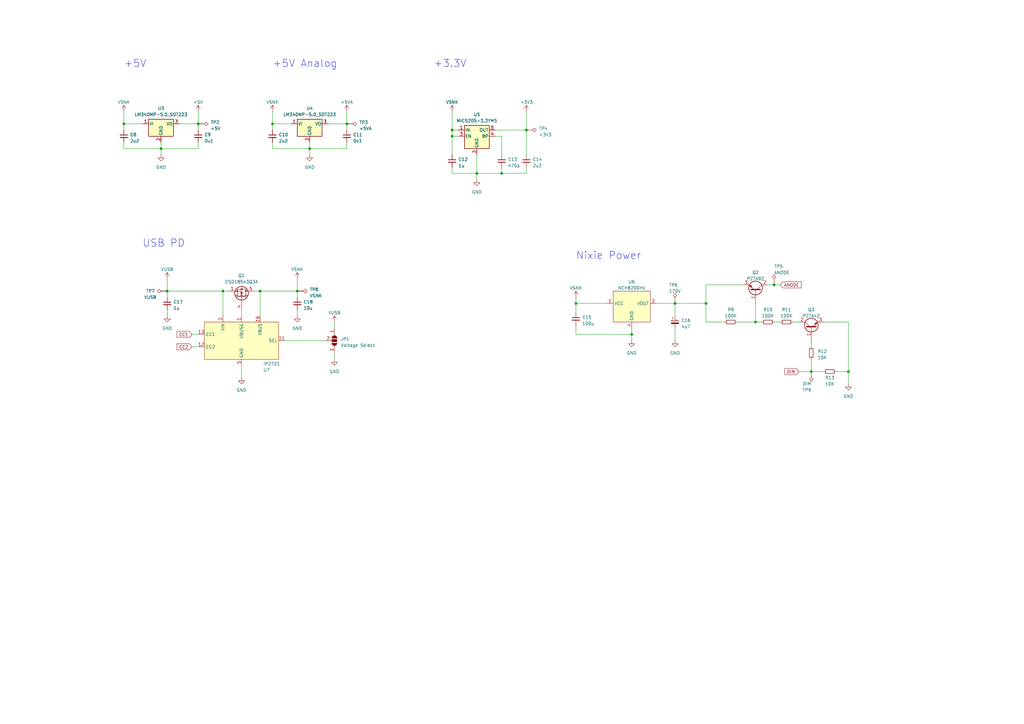
<source format=kicad_sch>
(kicad_sch (version 20210406) (generator eeschema)
  (paper "A3")
  (title_block (title "Power") (rev "1.1") (company "Nick Lekas"))
  (lib_symbols
    (symbol "Connector:TestPoint_Alt" (pin_numbers hide) (pin_names (offset 0.762) hide)
      (property "Reference" "TP" (at 0 6.858 0))
      (property "Value" "TestPoint_Alt" (at 0 5.08 0))
      (symbol "TestPoint_Alt_0_1"
        (polyline (pts (xy 0 2.54) (xy -0.762 3.302) (xy 0 4.064) (xy 0.762 3.302) (xy 0 2.54)))
      )
      (symbol "TestPoint_Alt_1_1"
        (pin passive line (at 0 0 90) (length 2.54) (name "1") (number "1"))
      )
    )
    (symbol "Device:C_Polarized_Small" (pin_numbers hide) (pin_names (offset 0.254) hide)
      (property "Reference" "C" (at 0.254 1.778 0))
      (property "Value" "C_Polarized_Small" (at 0.254 -2.032 0))
      (symbol "C_Polarized_Small_0_1"
        (rectangle (start -1.524 0.6858) (end 1.524 0.3048))
        (rectangle (start -1.524 -0.3048) (end 1.524 -0.6858) (fill (type outline)))
        (polyline (pts (xy -1.27 1.524) (xy -0.762 1.524)))
        (polyline (pts (xy -1.016 1.27) (xy -1.016 1.778)))
      )
      (symbol "C_Polarized_Small_1_1"
        (pin passive line (at 0 2.54 270) (length 1.8542) (name "~") (number "1"))
        (pin passive line (at 0 -2.54 90) (length 1.8542) (name "~") (number "2"))
      )
    )
    (symbol "Device:C_Small" (pin_numbers hide) (pin_names (offset 0.254) hide)
      (property "Reference" "C" (at 0.254 1.778 0))
      (property "Value" "C_Small" (at 0.254 -2.032 0))
      (symbol "C_Small_0_1"
        (polyline (pts (xy -1.524 -0.508) (xy 1.524 -0.508)) (stroke (width 0.3302)))
        (polyline (pts (xy -1.524 0.508) (xy 1.524 0.508)) (stroke (width 0.3048)))
      )
      (symbol "C_Small_1_1"
        (pin passive line (at 0 2.54 270) (length 2.032) (name "~") (number "1"))
        (pin passive line (at 0 -2.54 90) (length 2.032) (name "~") (number "2"))
      )
    )
    (symbol "Device:R_Small" (pin_numbers hide) (pin_names (offset 0.254) hide)
      (property "Reference" "R" (at 0.762 0.508 0))
      (property "Value" "R_Small" (at 0.762 -1.016 0))
      (symbol "R_Small_0_1"
        (rectangle (start -0.762 1.778) (end 0.762 -1.778) (stroke (width 0.2032)))
      )
      (symbol "R_Small_1_1"
        (pin passive line (at 0 2.54 270) (length 0.762) (name "~") (number "1"))
        (pin passive line (at 0 -2.54 90) (length 0.762) (name "~") (number "2"))
      )
    )
    (symbol "Interface_USB:IP2721"
      (property "Reference" "U" (at 12.7 -12.7 0))
      (property "Value" "IP2721" (at 12.7 -10.16 0))
      (symbol "IP2721_0_1"
        (rectangle (start 15.24 -2.54) (end 15.24 -2.54) (stroke (width 0.1524)) (fill (type outline)))
        (rectangle (start -15.24 7.62) (end 15.24 -7.62) (stroke (width 0.1524)) (fill (type background)))
      )
      (symbol "IP2721_1_1"
        (pin bidirectional line (at 0 10.16 270) (length 2.54) (name "VBUSG") (number "1"))
        (pin bidirectional line (at 17.78 0 180) (length 2.54) (name "SEL") (number "11"))
        (pin bidirectional line (at -17.78 -2.54 0) (length 2.54) (name "CC2") (number "12"))
        (pin bidirectional line (at -17.78 2.54 0) (length 2.54) (name "CC1") (number "13"))
        (pin bidirectional line (at 7.62 10.16 270) (length 2.54) (name "VBUS") (number "16"))
        (pin bidirectional line (at -7.62 10.16 270) (length 2.54) (name "VIN") (number "2"))
        (pin bidirectional line (at 0 -10.16 90) (length 2.54) (name "GND") (number "5"))
      )
    )
    (symbol "Jumper:SolderJumper_3_Open" (pin_names (offset 0) hide)
      (property "Reference" "JP" (at -2.54 -2.54 0))
      (property "Value" "SolderJumper_3_Open" (at 0 2.794 0))
      (symbol "SolderJumper_3_Open_0_1"
        (arc (start -1.016 1.016) (end -1.016 -1.016) (radius (at -1.016 0) (length 1.016) (angles 90.1 -90.1)))
        (arc (start 1.016 -1.016) (end 1.016 1.016) (radius (at 1.016 0) (length 1.016) (angles -89.9 89.9)))
        (arc (start -1.016 1.016) (end -1.016 -1.016) (radius (at -1.016 0) (length 1.016) (angles 90.1 -90.1)) (fill (type outline)))
        (arc (start 1.016 -1.016) (end 1.016 1.016) (radius (at 1.016 0) (length 1.016) (angles -89.9 89.9)) (fill (type outline)))
        (rectangle (start -0.508 1.016) (end 0.508 -1.016) (fill (type outline)))
        (polyline (pts (xy -2.54 0) (xy -2.032 0)))
        (polyline (pts (xy -1.016 1.016) (xy -1.016 -1.016)))
        (polyline (pts (xy 0 -1.27) (xy 0 -1.016)))
        (polyline (pts (xy 1.016 1.016) (xy 1.016 -1.016)))
        (polyline (pts (xy 2.54 0) (xy 2.032 0)))
      )
      (symbol "SolderJumper_3_Open_1_1"
        (pin passive line (at -5.08 0 0) (length 2.54) (name "A") (number "1"))
        (pin input line (at 0 -3.81 90) (length 2.54) (name "C") (number "2"))
        (pin passive line (at 5.08 0 180) (length 2.54) (name "B") (number "3"))
      )
    )
    (symbol "Nixie:NCH8200HV"
      (property "Reference" "U" (at 3.81 -11.43 0))
      (property "Value" "NCH8200HV" (at 8.89 -8.89 0))
      (symbol "NCH8200HV_0_1"
        (rectangle (start -7.62 5.08) (end 7.62 -7.62) (stroke (width 0.1524)) (fill (type background)))
      )
      (symbol "NCH8200HV_1_1"
        (pin bidirectional line (at -10.16 0 0) (length 2.54) (name "VCC") (number "1"))
        (pin bidirectional line (at 10.16 0 180) (length 2.54) (name "VOUT") (number "2"))
        (pin bidirectional line (at 0 -10.16 90) (length 2.54) hide (name "GND") (number "3"))
        (pin bidirectional line (at 0 -10.16 90) (length 2.54) (name "GND") (number "4"))
      )
    )
    (symbol "Regulator_Linear:LM340MP-5.0_SOT223" (pin_names (offset 0.254))
      (property "Reference" "U" (at -3.81 3.175 0))
      (property "Value" "LM340MP-5.0_SOT223" (at 0 3.175 0))
      (symbol "LM340MP-5.0_SOT223_0_1"
        (rectangle (start -5.08 -5.08) (end 5.08 1.905) (stroke (width 0.254)) (fill (type background)))
      )
      (symbol "LM340MP-5.0_SOT223_1_1"
        (pin power_in line (at -7.62 0 0) (length 2.54) (name "VI") (number "1"))
        (pin power_in line (at 0 -7.62 90) (length 2.54) (name "GND") (number "2"))
        (pin power_out line (at 7.62 0 180) (length 2.54) (name "VO") (number "3"))
      )
    )
    (symbol "Regulator_Linear:MIC5205-3.3YM5" (pin_names (offset 0.254))
      (property "Reference" "U" (at -3.81 5.715 0))
      (property "Value" "MIC5205-3.3YM5" (at 0 5.715 0))
      (symbol "MIC5205-3.3YM5_0_1"
        (rectangle (start -5.08 4.445) (end 5.08 -5.08) (stroke (width 0.254)) (fill (type background)))
      )
      (symbol "MIC5205-3.3YM5_1_1"
        (pin power_in line (at -7.62 2.54 0) (length 2.54) (name "IN") (number "1"))
        (pin power_in line (at 0 -7.62 90) (length 2.54) (name "GND") (number "2"))
        (pin input line (at -7.62 0 0) (length 2.54) (name "EN") (number "3"))
        (pin input line (at 7.62 0 180) (length 2.54) (name "BP") (number "4"))
        (pin power_out line (at 7.62 2.54 180) (length 2.54) (name "OUT") (number "5"))
      )
    )
    (symbol "Transistor_BJT:PZTA42" (pin_names (offset 0) hide)
      (property "Reference" "Q" (at 5.08 1.905 0))
      (property "Value" "PZTA42" (at 5.08 0 0))
      (symbol "PZTA42_0_1"
        (circle (center 1.27 0) (radius 2.8194) (stroke (width 0.254)))
        (polyline (pts (xy 0 0) (xy 0.635 0)))
        (polyline (pts (xy 2.54 -2.54) (xy 0.635 -0.635)))
        (polyline (pts (xy 2.54 2.54) (xy 0.635 0.635)))
        (polyline (pts (xy 0.635 1.905) (xy 0.635 -1.905) (xy 0.635 -1.905)) (stroke (width 0.508)))
        (polyline (pts (xy 2.286 -2.286) (xy 1.778 -1.778) (xy 1.778 -1.778)))
        (polyline (pts (xy 1.397 -1.905) (xy 1.905 -1.397) (xy 2.413 -2.413) (xy 1.397 -1.905) (xy 1.397 -1.905)) (fill (type outline)))
      )
      (symbol "PZTA42_1_1"
        (pin input line (at -5.08 0 0) (length 5.08) (name "B") (number "1"))
        (pin passive line (at 2.54 5.08 270) (length 2.54) (name "C") (number "2"))
        (pin passive line (at 2.54 -5.08 90) (length 2.54) (name "E") (number "3"))
      )
    )
    (symbol "Transistor_BJT:PZTA92" (pin_names (offset 0) hide)
      (property "Reference" "Q" (at 5.08 1.905 0))
      (property "Value" "PZTA92" (at 5.08 0 0))
      (symbol "PZTA92_0_1"
        (circle (center 1.27 0) (radius 2.8194) (stroke (width 0.254)))
        (polyline (pts (xy 0 0) (xy 0.635 0)))
        (polyline (pts (xy 2.54 -2.54) (xy 0.635 -0.635)))
        (polyline (pts (xy 2.54 2.54) (xy 0.635 0.635)))
        (polyline (pts (xy 0.635 1.905) (xy 0.635 -1.905) (xy 0.635 -1.905)) (stroke (width 0.508)) (fill (type outline)))
        (polyline (pts (xy 1.905 -2.413) (xy 2.413 -1.905) (xy 1.397 -1.397) (xy 1.905 -2.413) (xy 1.905 -2.413)) (fill (type outline)))
      )
      (symbol "PZTA92_1_1"
        (pin input line (at -5.08 0 0) (length 5.08) (name "B") (number "1"))
        (pin passive line (at 2.54 5.08 270) (length 2.54) (name "C") (number "2"))
        (pin passive line (at 2.54 -5.08 90) (length 2.54) (name "E") (number "3"))
      )
    )
    (symbol "Transistor_FET:CSD18543Q3A" (pin_names hide)
      (property "Reference" "Q" (at 5.08 1.905 0))
      (property "Value" "CSD18543Q3A" (at 5.08 0 0))
      (symbol "CSD18543Q3A_0_1"
        (circle (center 1.651 0) (radius 2.794) (stroke (width 0.254)))
        (circle (center 2.54 -1.778) (radius 0.254) (fill (type outline)))
        (circle (center 2.54 1.778) (radius 0.254) (fill (type outline)))
        (polyline (pts (xy 0.254 0) (xy -2.54 0)))
        (polyline (pts (xy 0.254 1.905) (xy 0.254 -1.905)) (stroke (width 0.254)))
        (polyline (pts (xy 0.762 -1.27) (xy 0.762 -2.286)) (stroke (width 0.254)))
        (polyline (pts (xy 0.762 0.508) (xy 0.762 -0.508)) (stroke (width 0.254)))
        (polyline (pts (xy 0.762 2.286) (xy 0.762 1.27)) (stroke (width 0.254)))
        (polyline (pts (xy 2.54 2.54) (xy 2.54 1.778)))
        (polyline (pts (xy 2.54 -2.54) (xy 2.54 0) (xy 0.762 0)))
        (polyline (pts (xy 0.762 -1.778) (xy 3.302 -1.778) (xy 3.302 1.778) (xy 0.762 1.778)))
        (polyline (pts (xy 2.794 0.508) (xy 2.921 0.381) (xy 3.683 0.381) (xy 3.81 0.254)))
        (polyline (pts (xy 3.302 0.381) (xy 2.921 -0.254) (xy 3.683 -0.254) (xy 3.302 0.381)))
        (polyline (pts (xy 1.016 0) (xy 2.032 0.381) (xy 2.032 -0.381) (xy 1.016 0)) (fill (type outline)))
      )
      (symbol "CSD18543Q3A_1_1"
        (pin passive line (at 2.54 -5.08 90) (length 2.54) (name "S") (number "1"))
        (pin passive line (at 2.54 -5.08 90) (length 2.54) hide (name "S") (number "2"))
        (pin passive line (at 2.54 -5.08 90) (length 2.54) hide (name "S") (number "3"))
        (pin passive line (at -5.08 0 0) (length 2.54) (name "G") (number "4"))
        (pin passive line (at 2.54 5.08 270) (length 2.54) (name "D") (number "5"))
      )
    )
    (symbol "power:+3V3" (power) (pin_names (offset 0))
      (property "Value" "+3V3" (at 0 3.556 0))
      (symbol "+3V3_0_1"
        (polyline (pts (xy -0.762 1.27) (xy 0 2.54)))
        (polyline (pts (xy 0 0) (xy 0 2.54)))
        (polyline (pts (xy 0 2.54) (xy 0.762 1.27)))
      )
      (symbol "+3V3_1_1"
        (pin power_in line (at 0 0 90) (length 0) hide (name "+3V3") (number "1"))
      )
    )
    (symbol "power:+5V" (power) (pin_names (offset 0))
      (property "Value" "+5V" (at 0 3.556 0))
      (symbol "+5V_0_1"
        (polyline (pts (xy -0.762 1.27) (xy 0 2.54)))
        (polyline (pts (xy 0 0) (xy 0 2.54)))
        (polyline (pts (xy 0 2.54) (xy 0.762 1.27)))
      )
      (symbol "+5V_1_1"
        (pin power_in line (at 0 0 90) (length 0) hide (name "+5V") (number "1"))
      )
    )
    (symbol "power:+5VA" (power) (pin_names (offset 0))
      (property "Value" "+5VA" (at 0 3.556 0))
      (symbol "+5VA_0_1"
        (polyline (pts (xy -0.762 1.27) (xy 0 2.54)))
        (polyline (pts (xy 0 0) (xy 0 2.54)))
        (polyline (pts (xy 0 2.54) (xy 0.762 1.27)))
      )
      (symbol "+5VA_1_1"
        (pin power_in line (at 0 0 90) (length 0) hide (name "+5VA") (number "1"))
      )
    )
    (symbol "power:GND" (power) (pin_names (offset 0))
      (property "Value" "GND" (at 0 -3.81 0))
      (symbol "GND_0_1"
        (polyline (pts (xy 0 0) (xy 0 -1.27) (xy 1.27 -1.27) (xy 0 -2.54) (xy -1.27 -1.27) (xy 0 -1.27)))
      )
      (symbol "GND_1_1"
        (pin power_in line (at 0 0 270) (length 0) hide (name "GND") (number "1"))
      )
    )
    (symbol "power:VSNK" (power) (pin_names (offset 0))
      (property "Value" "VSNK" (at 0 3.556 0))
      (symbol "VSNK_0_1"
        (polyline (pts (xy -0.762 1.27) (xy 0 2.54)))
        (polyline (pts (xy 0 0) (xy 0 2.54)))
        (polyline (pts (xy 0 2.54) (xy 0.762 1.27)))
      )
      (symbol "VSNK_1_1"
        (pin power_in line (at 0 0 90) (length 0) hide (name "VSNK") (number "1"))
      )
    )
    (symbol "power:VUSB" (power) (pin_names (offset 0))
      (property "Value" "VUSB" (at 0 3.556 0))
      (symbol "VUSB_0_1"
        (polyline (pts (xy -0.762 1.27) (xy 0 2.54)))
        (polyline (pts (xy 0 0) (xy 0 2.54)))
        (polyline (pts (xy 0 2.54) (xy 0.762 1.27)))
      )
      (symbol "VUSB_1_1"
        (pin power_in line (at 0 0 90) (length 0) hide (name "VUSB") (number "1"))
      )
    )
  )
  (junction (at 50.8 50.8) (diameter 0.9144))
  (junction (at 66.04 60.96) (diameter 0.9144))
  (junction (at 68.58 119.38) (diameter 0.9144))
  (junction (at 81.28 50.8) (diameter 0.9144))
  (junction (at 91.44 119.38) (diameter 0.9144))
  (junction (at 106.68 119.38) (diameter 0.9144))
  (junction (at 111.76 50.8) (diameter 0.9144))
  (junction (at 121.92 119.38) (diameter 0.9144))
  (junction (at 127 60.96) (diameter 0.9144))
  (junction (at 142.24 50.8) (diameter 0.9144))
  (junction (at 185.42 53.34) (diameter 0.9144))
  (junction (at 185.42 55.88) (diameter 0.9144))
  (junction (at 195.58 71.12) (diameter 0.9144))
  (junction (at 205.74 71.12) (diameter 0.9144))
  (junction (at 215.9 53.34) (diameter 0.9144))
  (junction (at 236.22 124.46) (diameter 0.9144))
  (junction (at 259.08 137.16) (diameter 0.9144))
  (junction (at 276.86 124.46) (diameter 0.9144))
  (junction (at 289.56 124.46) (diameter 0.9144))
  (junction (at 309.88 132.08) (diameter 0.9144))
  (junction (at 317.5 116.84) (diameter 0.9144))
  (junction (at 332.74 152.4) (diameter 0.9144))
  (junction (at 347.98 152.4) (diameter 0.9144))
  (wire (pts (xy 50.8 45.72) (xy 50.8 50.8)))
  (wire (pts (xy 50.8 50.8) (xy 50.8 53.34)))
  (wire (pts (xy 50.8 58.42) (xy 50.8 60.96)))
  (wire (pts (xy 50.8 60.96) (xy 66.04 60.96)))
  (wire (pts (xy 58.42 50.8) (xy 50.8 50.8)))
  (wire (pts (xy 66.04 58.42) (xy 66.04 60.96)))
  (wire (pts (xy 66.04 60.96) (xy 66.04 63.5)))
  (wire (pts (xy 68.58 114.3) (xy 68.58 119.38)))
  (wire (pts (xy 68.58 119.38) (xy 68.58 121.92)))
  (wire (pts (xy 68.58 119.38) (xy 91.44 119.38)))
  (wire (pts (xy 68.58 127) (xy 68.58 129.54)))
  (wire (pts (xy 73.66 50.8) (xy 81.28 50.8)))
  (wire (pts (xy 78.74 137.16) (xy 81.28 137.16)))
  (wire (pts (xy 78.74 142.24) (xy 81.28 142.24)))
  (wire (pts (xy 81.28 45.72) (xy 81.28 50.8)))
  (wire (pts (xy 81.28 50.8) (xy 81.28 53.34)))
  (wire (pts (xy 81.28 58.42) (xy 81.28 60.96)))
  (wire (pts (xy 81.28 60.96) (xy 66.04 60.96)))
  (wire (pts (xy 91.44 119.38) (xy 91.44 129.54)))
  (wire (pts (xy 91.44 119.38) (xy 93.98 119.38)))
  (wire (pts (xy 99.06 127) (xy 99.06 129.54)))
  (wire (pts (xy 99.06 149.86) (xy 99.06 154.94)))
  (wire (pts (xy 104.14 119.38) (xy 106.68 119.38)))
  (wire (pts (xy 106.68 119.38) (xy 106.68 129.54)))
  (wire (pts (xy 106.68 119.38) (xy 121.92 119.38)))
  (wire (pts (xy 111.76 45.72) (xy 111.76 50.8)))
  (wire (pts (xy 111.76 50.8) (xy 111.76 53.34)))
  (wire (pts (xy 111.76 58.42) (xy 111.76 60.96)))
  (wire (pts (xy 111.76 60.96) (xy 127 60.96)))
  (wire (pts (xy 116.84 139.7) (xy 133.35 139.7)))
  (wire (pts (xy 119.38 50.8) (xy 111.76 50.8)))
  (wire (pts (xy 121.92 114.3) (xy 121.92 119.38)))
  (wire (pts (xy 121.92 119.38) (xy 121.92 121.92)))
  (wire (pts (xy 121.92 127) (xy 121.92 129.54)))
  (wire (pts (xy 127 58.42) (xy 127 60.96)))
  (wire (pts (xy 127 60.96) (xy 127 63.5)))
  (wire (pts (xy 127 60.96) (xy 142.24 60.96)))
  (wire (pts (xy 134.62 50.8) (xy 142.24 50.8)))
  (wire (pts (xy 137.16 132.08) (xy 137.16 134.62)))
  (wire (pts (xy 137.16 144.78) (xy 137.16 147.32)))
  (wire (pts (xy 142.24 45.72) (xy 142.24 50.8)))
  (wire (pts (xy 142.24 50.8) (xy 142.24 53.34)))
  (wire (pts (xy 142.24 58.42) (xy 142.24 60.96)))
  (wire (pts (xy 185.42 45.72) (xy 185.42 53.34)))
  (wire (pts (xy 185.42 53.34) (xy 185.42 55.88)))
  (wire (pts (xy 185.42 53.34) (xy 187.96 53.34)))
  (wire (pts (xy 185.42 55.88) (xy 185.42 63.5)))
  (wire (pts (xy 185.42 55.88) (xy 187.96 55.88)))
  (wire (pts (xy 185.42 68.58) (xy 185.42 71.12)))
  (wire (pts (xy 185.42 71.12) (xy 195.58 71.12)))
  (wire (pts (xy 195.58 63.5) (xy 195.58 71.12)))
  (wire (pts (xy 195.58 71.12) (xy 195.58 73.66)))
  (wire (pts (xy 195.58 71.12) (xy 205.74 71.12)))
  (wire (pts (xy 203.2 53.34) (xy 215.9 53.34)))
  (wire (pts (xy 205.74 55.88) (xy 203.2 55.88)))
  (wire (pts (xy 205.74 63.5) (xy 205.74 55.88)))
  (wire (pts (xy 205.74 68.58) (xy 205.74 71.12)))
  (wire (pts (xy 205.74 71.12) (xy 215.9 71.12)))
  (wire (pts (xy 215.9 45.72) (xy 215.9 53.34)))
  (wire (pts (xy 215.9 53.34) (xy 215.9 63.5)))
  (wire (pts (xy 215.9 68.58) (xy 215.9 71.12)))
  (wire (pts (xy 236.22 121.92) (xy 236.22 124.46)))
  (wire (pts (xy 236.22 124.46) (xy 236.22 128.27)))
  (wire (pts (xy 236.22 133.35) (xy 236.22 137.16)))
  (wire (pts (xy 248.92 124.46) (xy 236.22 124.46)))
  (wire (pts (xy 259.08 134.62) (xy 259.08 137.16)))
  (wire (pts (xy 259.08 137.16) (xy 236.22 137.16)))
  (wire (pts (xy 259.08 137.16) (xy 259.08 139.7)))
  (wire (pts (xy 269.24 124.46) (xy 276.86 124.46)))
  (wire (pts (xy 276.86 124.46) (xy 276.86 129.54)))
  (wire (pts (xy 276.86 124.46) (xy 289.56 124.46)))
  (wire (pts (xy 276.86 134.62) (xy 276.86 139.7)))
  (wire (pts (xy 289.56 116.84) (xy 289.56 124.46)))
  (wire (pts (xy 289.56 116.84) (xy 304.8 116.84)))
  (wire (pts (xy 289.56 124.46) (xy 289.56 132.08)))
  (wire (pts (xy 297.18 132.08) (xy 289.56 132.08)))
  (wire (pts (xy 302.26 132.08) (xy 309.88 132.08)))
  (wire (pts (xy 309.88 124.46) (xy 309.88 132.08)))
  (wire (pts (xy 309.88 132.08) (xy 312.42 132.08)))
  (wire (pts (xy 314.96 116.84) (xy 317.5 116.84)))
  (wire (pts (xy 317.5 116.84) (xy 320.04 116.84)))
  (wire (pts (xy 317.5 132.08) (xy 320.04 132.08)))
  (wire (pts (xy 325.12 132.08) (xy 327.66 132.08)))
  (wire (pts (xy 327.66 152.4) (xy 332.74 152.4)))
  (wire (pts (xy 332.74 139.7) (xy 332.74 142.24)))
  (wire (pts (xy 332.74 147.32) (xy 332.74 152.4)))
  (wire (pts (xy 332.74 152.4) (xy 337.82 152.4)))
  (wire (pts (xy 337.82 132.08) (xy 347.98 132.08)))
  (wire (pts (xy 342.9 152.4) (xy 347.98 152.4)))
  (wire (pts (xy 347.98 152.4) (xy 347.98 132.08)))
  (wire (pts (xy 347.98 152.4) (xy 347.98 157.48)))
  (text "+5V" (at 50.8 27.94 0) (effects (font (size 3 3)) (justify left bottom)))
  (text "USB PD" (at 58.42 101.6 0) (effects (font (size 3 3)) (justify left bottom)))
  (text "+5V Analog" (at 111.76 27.94 0) (effects (font (size 3 3)) (justify left bottom)))
  (text "+3.3V" (at 177.8 27.94 0) (effects (font (size 3 3)) (justify left bottom)))
  (text "Nixie Power" (at 236.22 106.68 0) (effects (font (size 3 3)) (justify left bottom)))
  (global_label "CC1" (shape input) (at 78.74 137.16 180) (property "Intersheet References" "${INTERSHEET_REFS}" (effects hide)))
  (global_label "CC2" (shape input) (at 78.74 142.24 180) (property "Intersheet References" "${INTERSHEET_REFS}" (effects hide)))
  (global_label "ANODE" (shape input) (at 320.04 116.84 0) (property "Intersheet References" "${INTERSHEET_REFS}" (effects hide)))
  (global_label "DIM" (shape input) (at 327.66 152.4 180) (property "Intersheet References" "${INTERSHEET_REFS}" (effects hide)))
  (symbol (lib_id "power:VSNK") (at 50.8 45.72 0) (unit 1)
    (property "Reference" "#PWR022" (effects hide))
    (property "Value" "VSNK" (at 50.8 41.91 0))
  )
  (symbol (lib_id "power:VUSB") (at 68.58 114.3 0) (unit 1)
    (property "Reference" "#PWR032" (effects hide))
    (property "Value" "VUSB" (at 68.58 110.49 0))
  )
  (symbol (lib_id "power:+5V") (at 81.28 45.72 0) (unit 1)
    (property "Reference" "#PWR023" (effects hide))
    (property "Value" "+5V" (at 81.28 41.91 0))
  )
  (symbol (lib_id "power:VSNK") (at 111.76 45.72 0) (unit 1)
    (property "Reference" "#PWR024" (effects hide))
    (property "Value" "VSNK" (at 111.76 41.91 0))
  )
  (symbol (lib_id "power:VSNK") (at 121.92 114.3 0) (unit 1)
    (property "Reference" "#PWR033" (effects hide))
    (property "Value" "VSNK" (at 121.92 110.49 0))
  )
  (symbol (lib_id "power:VUSB") (at 137.16 132.08 0) (unit 1)
    (property "Reference" "#PWR038" (effects hide))
    (property "Value" "VUSB" (at 137.16 128.27 0))
  )
  (symbol (lib_id "power:+5VA") (at 142.24 45.72 0) (unit 1)
    (property "Reference" "#PWR025" (effects hide))
    (property "Value" "+5VA" (at 142.24 41.91 0))
  )
  (symbol (lib_id "power:VSNK") (at 185.42 45.72 0) (unit 1)
    (property "Reference" "#PWR026" (effects hide))
    (property "Value" "VSNK" (at 185.42 41.91 0))
  )
  (symbol (lib_id "power:+3V3") (at 215.9 45.72 0) (unit 1)
    (property "Reference" "#PWR027" (effects hide))
    (property "Value" "+3V3" (at 215.9 41.91 0))
  )
  (symbol (lib_id "power:VSNK") (at 236.22 121.92 0) (unit 1)
    (property "Reference" "#PWR031" (effects hide))
    (property "Value" "VSNK" (at 236.22 118.11 0))
  )
  (symbol (lib_id "Connector:TestPoint_Alt") (at 68.58 119.38 90) (unit 1)
    (property "Reference" "TP7" (at 61.6585 119.38 90))
    (property "Value" "VUSB" (at 61.6585 121.92 90))
    (property "Footprint" "TestPoint:TestPoint_THTPad_D2.0mm_Drill0.9mm" (effects hide))
  )
  (symbol (lib_id "Connector:TestPoint_Alt") (at 81.28 50.8 270) (unit 1)
    (property "Reference" "TP2" (at 86.36 50.1649 90) (effects (justify left)))
    (property "Value" "+5V" (at 86.36 52.7049 90) (effects (justify left)))
    (property "Footprint" "TestPoint:TestPoint_THTPad_D2.0mm_Drill0.9mm" (effects hide))
  )
  (symbol (lib_id "Connector:TestPoint_Alt") (at 121.92 119.38 270) (unit 1)
    (property "Reference" "TP8" (at 127 118.7449 90) (effects (justify left)))
    (property "Value" "VSNK" (at 127 121.2849 90) (effects (justify left)))
    (property "Footprint" "TestPoint:TestPoint_THTPad_D2.0mm_Drill0.9mm" (effects hide))
  )
  (symbol (lib_id "Connector:TestPoint_Alt") (at 142.24 50.8 270) (unit 1)
    (property "Reference" "TP3" (at 147.32 50.1649 90) (effects (justify left)))
    (property "Value" "+5VA" (at 147.32 52.7049 90) (effects (justify left)))
    (property "Footprint" "TestPoint:TestPoint_THTPad_D2.0mm_Drill0.9mm" (effects hide))
  )
  (symbol (lib_id "Connector:TestPoint_Alt") (at 215.9 53.34 270) (unit 1)
    (property "Reference" "TP4" (at 220.98 52.7049 90) (effects (justify left)))
    (property "Value" "+3V3" (at 220.98 55.2449 90) (effects (justify left)))
    (property "Footprint" "TestPoint:TestPoint_THTPad_D2.0mm_Drill0.9mm" (effects hide))
  )
  (symbol (lib_id "Connector:TestPoint_Alt") (at 276.86 124.46 0) (unit 1)
    (property "Reference" "TP6" (at 274.32 116.9034 0) (effects (justify left)))
    (property "Value" "170V" (at 274.32 119.4434 0) (effects (justify left)))
    (property "Footprint" "TestPoint:TestPoint_THTPad_D2.0mm_Drill0.9mm" (effects hide))
  )
  (symbol (lib_id "Connector:TestPoint_Alt") (at 317.5 116.84 0) (unit 1)
    (property "Reference" "TP5" (at 317.5 109.2834 0) (effects (justify left)))
    (property "Value" "ANODE" (at 317.5 111.8234 0) (effects (justify left)))
    (property "Footprint" "TestPoint:TestPoint_THTPad_D2.0mm_Drill0.9mm" (effects hide))
  )
  (symbol (lib_id "Connector:TestPoint_Alt") (at 332.74 152.4 180) (unit 1)
    (property "Reference" "TP9" (at 332.74 159.9566 0) (effects (justify left)))
    (property "Value" "DIM" (at 332.74 157.4166 0) (effects (justify left)))
    (property "Footprint" "TestPoint:TestPoint_THTPad_D2.0mm_Drill0.9mm" (effects hide))
  )
  (symbol (lib_id "power:GND") (at 66.04 63.5 0) (unit 1)
    (property "Reference" "#PWR028" (effects hide))
    (property "Value" "GND" (at 66.04 68.58 0))
  )
  (symbol (lib_id "power:GND") (at 68.58 129.54 0) (unit 1)
    (property "Reference" "#PWR034" (effects hide))
    (property "Value" "GND" (at 68.58 134.62 0))
  )
  (symbol (lib_id "power:GND") (at 99.06 154.94 0) (unit 1)
    (property "Reference" "#PWR041" (effects hide))
    (property "Value" "GND" (at 99.06 160.02 0))
  )
  (symbol (lib_id "power:GND") (at 121.92 129.54 0) (unit 1)
    (property "Reference" "#PWR035" (effects hide))
    (property "Value" "GND" (at 121.92 134.62 0))
  )
  (symbol (lib_id "power:GND") (at 127 63.5 0) (unit 1)
    (property "Reference" "#PWR029" (effects hide))
    (property "Value" "GND" (at 127 68.58 0))
  )
  (symbol (lib_id "power:GND") (at 137.16 147.32 0) (unit 1)
    (property "Reference" "#PWR039" (effects hide))
    (property "Value" "GND" (at 137.16 152.4 0))
  )
  (symbol (lib_id "power:GND") (at 195.58 73.66 0) (unit 1)
    (property "Reference" "#PWR030" (effects hide))
    (property "Value" "GND" (at 195.58 78.74 0))
  )
  (symbol (lib_id "power:GND") (at 259.08 139.7 0) (unit 1)
    (property "Reference" "#PWR036" (effects hide))
    (property "Value" "GND" (at 259.08 144.78 0))
  )
  (symbol (lib_id "power:GND") (at 276.86 139.7 0) (unit 1)
    (property "Reference" "#PWR037" (effects hide))
    (property "Value" "GND" (at 276.86 144.78 0))
  )
  (symbol (lib_id "power:GND") (at 347.98 157.48 0) (unit 1)
    (property "Reference" "#PWR040" (effects hide))
    (property "Value" "GND" (at 347.98 162.56 0))
  )
  (symbol (lib_id "Device:R_Small") (at 299.72 132.08 90) (unit 1)
    (property "Reference" "R9" (at 299.72 127 90))
    (property "Value" "100K" (at 299.72 129.54 90))
    (property "Footprint" "Resistor_SMD:R_0603_1608Metric" (effects hide))
  )
  (symbol (lib_id "Device:R_Small") (at 314.96 132.08 90) (unit 1)
    (property "Reference" "R10" (at 314.96 127 90))
    (property "Value" "100K" (at 314.96 129.54 90))
    (property "Footprint" "Resistor_SMD:R_0603_1608Metric" (effects hide))
  )
  (symbol (lib_id "Device:R_Small") (at 322.58 132.08 90) (unit 1)
    (property "Reference" "R11" (at 322.58 127 90))
    (property "Value" "100K" (at 322.58 129.54 90))
    (property "Footprint" "Resistor_SMD:R_0603_1608Metric" (effects hide))
  )
  (symbol (lib_id "Device:R_Small") (at 332.74 144.78 180) (unit 1)
    (property "Reference" "R12" (at 335.28 144.1449 0) (effects (justify right)))
    (property "Value" "10K" (at 335.28 146.6849 0) (effects (justify right)))
    (property "Footprint" "Resistor_SMD:R_0603_1608Metric" (effects hide))
  )
  (symbol (lib_id "Device:R_Small") (at 340.36 152.4 90) (unit 1)
    (property "Reference" "R13" (at 340.36 154.94 90))
    (property "Value" "10K" (at 340.36 157.48 90))
    (property "Footprint" "Resistor_SMD:R_0603_1608Metric" (effects hide))
  )
  (symbol (lib_id "Device:C_Polarized_Small") (at 276.86 132.08 0) (unit 1)
    (property "Reference" "C16" (at 279.4 131.4449 0) (effects (justify left)))
    (property "Value" "4u7" (at 279.4 133.9849 0) (effects (justify left)))
    (property "Footprint" "Capacitor_THT:CP_Radial_D8.0mm_P3.50mm" (effects hide))
  )
  (symbol (lib_id "Device:C_Small") (at 50.8 55.88 0) (unit 1)
    (property "Reference" "C8" (at 53.34 55.2449 0) (effects (justify left)))
    (property "Value" "2u2" (at 53.34 57.7849 0) (effects (justify left)))
    (property "Footprint" "Capacitor_SMD:C_0603_1608Metric" (effects hide))
  )
  (symbol (lib_id "Device:C_Small") (at 68.58 124.46 0) (unit 1)
    (property "Reference" "C17" (at 71.12 123.8249 0) (effects (justify left)))
    (property "Value" "1u" (at 71.12 126.3649 0) (effects (justify left)))
    (property "Footprint" "Capacitor_SMD:C_0603_1608Metric" (effects hide))
  )
  (symbol (lib_id "Device:C_Small") (at 81.28 55.88 0) (unit 1)
    (property "Reference" "C9" (at 83.82 55.2449 0) (effects (justify left)))
    (property "Value" "0u1" (at 83.82 57.7849 0) (effects (justify left)))
    (property "Footprint" "Capacitor_SMD:C_0603_1608Metric" (effects hide))
  )
  (symbol (lib_id "Device:C_Small") (at 111.76 55.88 0) (unit 1)
    (property "Reference" "C10" (at 114.3 55.2449 0) (effects (justify left)))
    (property "Value" "2u2" (at 114.3 57.7849 0) (effects (justify left)))
    (property "Footprint" "Capacitor_SMD:C_0603_1608Metric" (effects hide))
  )
  (symbol (lib_id "Device:C_Small") (at 121.92 124.46 0) (unit 1)
    (property "Reference" "C18" (at 124.46 123.8249 0) (effects (justify left)))
    (property "Value" "10u" (at 124.46 126.3649 0) (effects (justify left)))
    (property "Footprint" "Capacitor_SMD:C_0603_1608Metric" (effects hide))
  )
  (symbol (lib_id "Device:C_Small") (at 142.24 55.88 0) (unit 1)
    (property "Reference" "C11" (at 144.78 55.2449 0) (effects (justify left)))
    (property "Value" "0u1" (at 144.78 57.7849 0) (effects (justify left)))
    (property "Footprint" "Capacitor_SMD:C_0603_1608Metric" (effects hide))
  )
  (symbol (lib_id "Device:C_Small") (at 185.42 66.04 0) (unit 1)
    (property "Reference" "C12" (at 187.96 65.4049 0) (effects (justify left)))
    (property "Value" "1u" (at 187.96 67.9449 0) (effects (justify left)))
    (property "Footprint" "Capacitor_SMD:C_0603_1608Metric" (effects hide))
  )
  (symbol (lib_id "Device:C_Small") (at 205.74 66.04 0) (unit 1)
    (property "Reference" "C13" (at 208.28 65.4049 0) (effects (justify left)))
    (property "Value" "470p" (at 208.28 67.9449 0) (effects (justify left)))
    (property "Footprint" "Capacitor_SMD:C_0603_1608Metric" (effects hide))
  )
  (symbol (lib_id "Device:C_Small") (at 215.9 66.04 0) (unit 1)
    (property "Reference" "C14" (at 218.44 65.4049 0) (effects (justify left)))
    (property "Value" "2u2" (at 218.44 67.9449 0) (effects (justify left)))
    (property "Footprint" "Capacitor_SMD:C_0603_1608Metric" (effects hide))
  )
  (symbol (lib_id "Device:C_Small") (at 236.22 130.81 0) (unit 1)
    (property "Reference" "C15" (at 238.76 130.1749 0) (effects (justify left)))
    (property "Value" "100u" (at 238.76 132.7149 0) (effects (justify left)))
    (property "Footprint" "Capacitor_SMD:C_0805_2012Metric" (effects hide))
  )
  (symbol (lib_id "Jumper:SolderJumper_3_Open") (at 137.16 139.7 270) (unit 1)
    (property "Reference" "JP1" (at 139.7 139.0649 90) (effects (justify left)))
    (property "Value" "Voltage Select" (at 139.7 141.6049 90) (effects (justify left)))
    (property "Footprint" "Jumper:SolderJumper-3_P1.3mm_Open_Pad1.0x1.5mm" (effects hide))
  )
  (symbol (lib_id "Transistor_BJT:PZTA92") (at 309.88 119.38 270) (mirror x) (unit 1)
    (property "Reference" "Q2" (at 309.88 111.76 90))
    (property "Value" "PZTA92" (at 309.88 114.3 90))
    (property "Footprint" "Package_TO_SOT_SMD:SOT-223-3_TabPin2" (effects hide))
    (property "Datasheet" "https://www.onsemi.com/pub/Collateral/PZTA92T1-D.PDF" (effects hide))
  )
  (symbol (lib_id "Transistor_BJT:PZTA42") (at 332.74 134.62 90) (unit 1)
    (property "Reference" "Q3" (at 332.74 127 90))
    (property "Value" "PZTA42" (at 332.74 129.54 90))
    (property "Footprint" "Package_TO_SOT_SMD:SOT-223-3_TabPin2" (effects hide))
    (property "Datasheet" "https://www.onsemi.com/pub/Collateral/PZTA42T1-D.PDF" (effects hide))
  )
  (symbol (lib_id "Transistor_FET:CSD18543Q3A") (at 99.06 121.92 270) (mirror x) (unit 1)
    (property "Reference" "Q1" (at 99.06 113.03 90))
    (property "Value" "CSD18543Q3A" (at 99.06 115.57 90))
    (property "Footprint" "Package_SON:VSON-8_3.3x3.3mm_P0.65mm_NexFET" (effects hide))
    (property "Datasheet" "http://www.ti.com/lit/ds/symlink/csd19537q3.pdf" (effects hide))
  )
  (symbol (lib_id "Regulator_Linear:LM340MP-5.0_SOT223") (at 66.04 50.8 0) (unit 1)
    (property "Reference" "U3" (at 66.04 44.45 0))
    (property "Value" "LM340MP-5.0_SOT223" (at 66.04 46.99 0))
    (property "Footprint" "Package_TO_SOT_SMD:SOT-223-3_TabPin2" (effects hide))
    (property "Datasheet" "https://www.ti.com/lit/ds/symlink/lm340.pdf?HQS=dis-dk-null-digikeymode-dsf-pf-null-wwe&ts=1621620467536" (effects hide))
  )
  (symbol (lib_id "Regulator_Linear:LM340MP-5.0_SOT223") (at 127 50.8 0) (unit 1)
    (property "Reference" "U4" (at 127 44.45 0))
    (property "Value" "LM340MP-5.0_SOT223" (at 127 46.99 0))
    (property "Footprint" "Package_TO_SOT_SMD:SOT-223-3_TabPin2" (effects hide))
    (property "Datasheet" "https://www.ti.com/lit/ds/symlink/lm340.pdf?HQS=dis-dk-null-digikeymode-dsf-pf-null-wwe&ts=1621620467536" (effects hide))
  )
  (symbol (lib_id "Regulator_Linear:MIC5205-3.3YM5") (at 195.58 55.88 0) (unit 1)
    (property "Reference" "U5" (at 195.58 46.99 0))
    (property "Value" "MIC5205-3.3YM5" (at 195.58 49.53 0))
    (property "Footprint" "Package_TO_SOT_SMD:SOT-23-5" (effects hide))
    (property "Datasheet" "http://ww1.microchip.com/downloads/en/DeviceDoc/20005785A.pdf" (effects hide))
  )
  (symbol (lib_id "Nixie:NCH8200HV") (at 259.08 124.46 0) (unit 1)
    (property "Reference" "U6" (at 259.08 115.57 0))
    (property "Value" "NCH8200HV" (at 259.08 118.11 0))
    (property "Footprint" "Nixie:NCH8200HV" (effects hide))
    (property "Datasheet" "https://www.omnixie.io/lib/exe/fetch.php/projects/nch8200hv/nch8200hv_datasheet_en_v2.0.0.pdf" (effects hide))
  )
  (symbol (lib_id "Interface_USB:IP2721") (at 99.06 139.7 0) (unit 1)
    (property "Reference" "U7" (at 107.95 151.7649 0) (effects (justify left)))
    (property "Value" "IP2721" (at 107.95 149.2249 0) (effects (justify left)))
    (property "Footprint" "Package_SO:TSSOP-16-1EP_4.4x5mm_P0.65mm_EP3x3mm_ThermalVias" (effects hide))
  )
)
</source>
